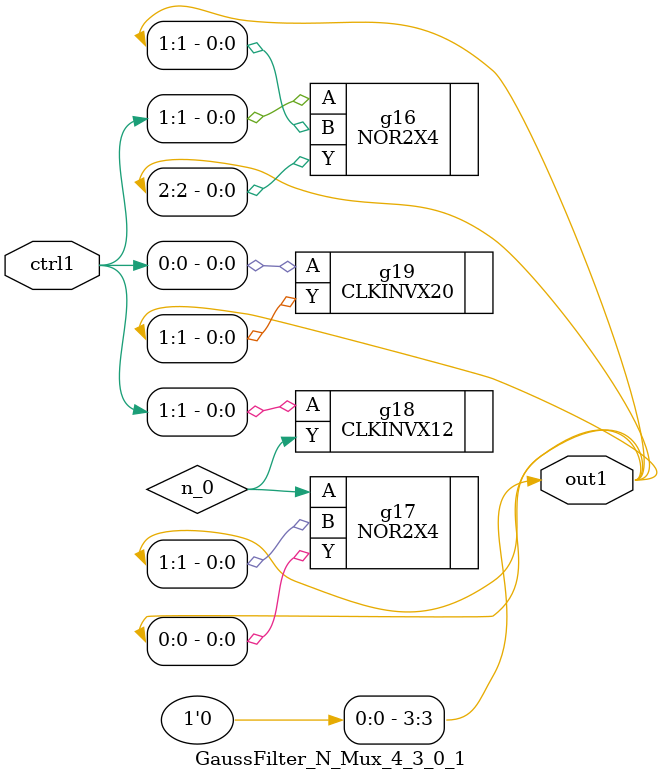
<source format=v>
`timescale 1ps / 1ps


module GaussFilter_N_Mux_4_3_0_1(ctrl1, out1);
  input [1:0] ctrl1;
  output [3:0] out1;
  wire [1:0] ctrl1;
  wire [3:0] out1;
  wire n_0;
  assign out1[3] = 1'b0;
  NOR2X4 g16(.A (ctrl1[1]), .B (out1[1]), .Y (out1[2]));
  NOR2X4 g17(.A (n_0), .B (out1[1]), .Y (out1[0]));
  CLKINVX12 g18(.A (ctrl1[1]), .Y (n_0));
  CLKINVX20 g19(.A (ctrl1[0]), .Y (out1[1]));
endmodule



</source>
